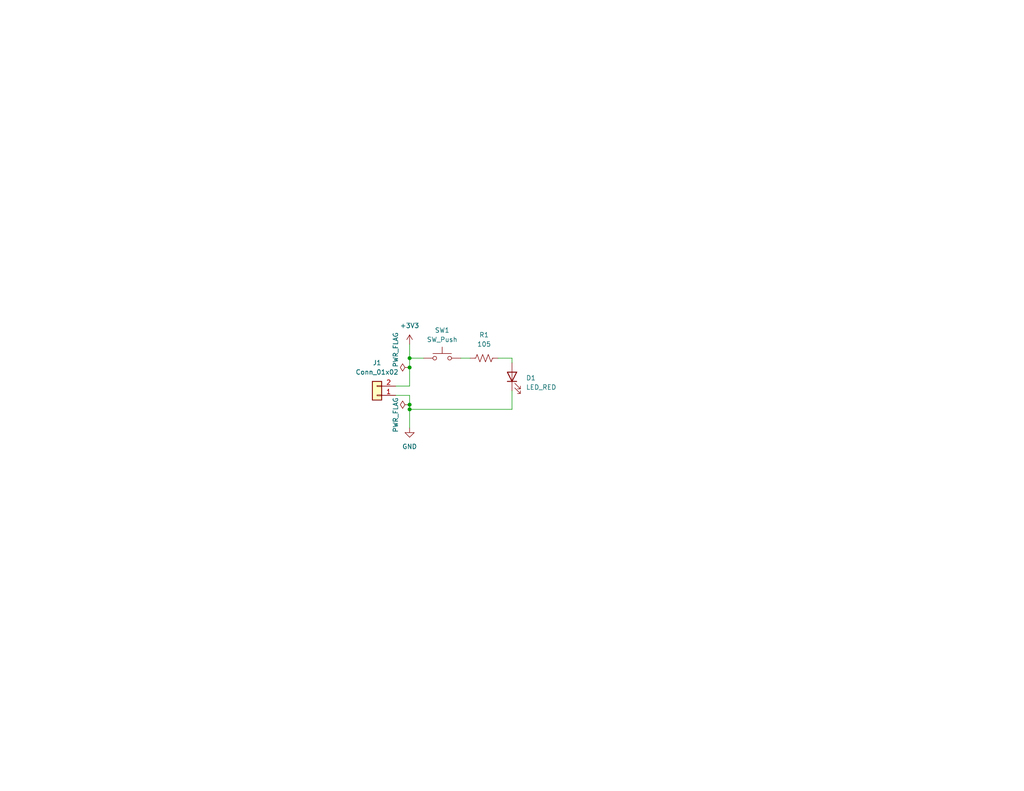
<source format=kicad_sch>
(kicad_sch (version 20231120) (generator "eeschema") (generator_version "8.0")
  (paper "USLetter")
  (title_block (title "LED") (date "2024-09-11") (rev "1.0") (company "Illini Solar Car") (comment 1 "Designed By: Adam"))
  (lib_symbols
    (symbol "Connector_Generic:Conn_01x02" (pin_names (offset 1.016) hide)
      (property "Reference" "J" (at 0 2.54 0))
      (property "Value" "Conn_01x02" (at 0 -5.08 0))
      (symbol "Conn_01x02_1_1"
        (rectangle (start -1.27 -2.413) (end 0 -2.667) (stroke (width 0.1524)))
        (rectangle (start -1.27 0.127) (end 0 -0.127) (stroke (width 0.1524)))
        (rectangle (start -1.27 1.27) (end 1.27 -3.81) (stroke (width 0.254)) (fill (type background)))
        (pin passive line (at -5.08 0 0) (length 3.81) (name "Pin_1") (number "1"))
        (pin passive line (at -5.08 -2.54 0) (length 3.81) (name "Pin_2") (number "2"))
      )
    )
    (symbol "Device:R_US" (pin_numbers hide) (pin_names (offset 0))
      (property "Reference" "R" (at 2.54 0 90))
      (property "Value" "R_US" (at -2.54 0 90))
      (symbol "R_US_0_1"
        (polyline (pts (xy 0 -2.286) (xy 0 -2.54)))
        (polyline (pts (xy 0 2.286) (xy 0 2.54)))
        (polyline (pts (xy 0 -0.762) (xy 1.016 -1.143) (xy 0 -1.524) (xy -1.016 -1.905) (xy 0 -2.286)))
        (polyline (pts (xy 0 0.762) (xy 1.016 0.381) (xy 0 0) (xy -1.016 -0.381) (xy 0 -0.762)))
        (polyline (pts (xy 0 2.286) (xy 1.016 1.905) (xy 0 1.524) (xy -1.016 1.143) (xy 0 0.762)))
      )
      (symbol "R_US_1_1"
        (pin passive line (at 0 3.81 270) (length 1.27) (name "~") (number "1"))
        (pin passive line (at 0 -3.81 90) (length 1.27) (name "~") (number "2"))
      )
    )
    (symbol "Switch:SW_Push" (pin_numbers hide) (pin_names (offset 1.016) hide)
      (property "Reference" "SW" (at 1.27 2.54 0))
      (property "Value" "SW_Push" (at 0 -1.524 0))
      (symbol "SW_Push_0_1"
        (circle (center -2.032 0) (radius 0.508))
        (polyline (pts (xy 0 1.27) (xy 0 3.048)))
        (polyline (pts (xy 2.54 1.27) (xy -2.54 1.27)))
        (circle (center 2.032 0) (radius 0.508))
        (pin passive line (at -5.08 0 0) (length 2.54) (name "1") (number "1"))
        (pin passive line (at 5.08 0 180) (length 2.54) (name "2") (number "2"))
      )
    )
    (symbol "device:LED" (pin_numbers hide) (pin_names (offset 1.016) hide)
      (property "Reference" "D" (at 0 2.54 0))
      (property "Value" "LED" (at 0 -2.54 0))
      (symbol "LED_0_1"
        (polyline (pts (xy -1.27 -1.27) (xy -1.27 1.27)) (stroke (width 0.254)))
        (polyline (pts (xy -1.27 0) (xy 1.27 0)))
        (polyline (pts (xy 1.27 -1.27) (xy 1.27 1.27) (xy -1.27 0) (xy 1.27 -1.27)) (stroke (width 0.254)))
        (polyline (pts (xy -3.048 -0.762) (xy -4.572 -2.286) (xy -3.81 -2.286) (xy -4.572 -2.286) (xy -4.572 -1.524)))
        (polyline (pts (xy -1.778 -0.762) (xy -3.302 -2.286) (xy -2.54 -2.286) (xy -3.302 -2.286) (xy -3.302 -1.524)))
      )
      (symbol "LED_1_1"
        (pin passive line (at -3.81 0 0) (length 2.54) (name "K") (number "1"))
        (pin passive line (at 3.81 0 180) (length 2.54) (name "A") (number "2"))
      )
    )
    (symbol "power:+3V3" (power) (pin_names (offset 0))
      (property "Value" "+3V3" (at 0 3.556 0))
      (symbol "+3V3_0_1"
        (polyline (pts (xy -0.762 1.27) (xy 0 2.54)))
        (polyline (pts (xy 0 0) (xy 0 2.54)))
        (polyline (pts (xy 0 2.54) (xy 0.762 1.27)))
      )
      (symbol "+3V3_1_1"
        (pin power_in line (at 0 0 90) (length 0) hide (name "+3V3") (number "1"))
      )
    )
    (symbol "power:GND" (power) (pin_names (offset 0))
      (property "Value" "GND" (at 0 -3.81 0))
      (symbol "GND_0_1"
        (polyline (pts (xy 0 0) (xy 0 -1.27) (xy 1.27 -1.27) (xy 0 -2.54) (xy -1.27 -1.27) (xy 0 -1.27)))
      )
      (symbol "GND_1_1"
        (pin power_in line (at 0 0 270) (length 0) hide (name "GND") (number "1"))
      )
    )
    (symbol "power:PWR_FLAG" (power) (pin_numbers hide) (pin_names (offset 0) hide)
      (property "Value" "PWR_FLAG" (at 0 3.81 0))
      (symbol "PWR_FLAG_0_0"
        (pin power_out line (at 0 0 90) (length 0) (name "pwr") (number "1"))
      )
      (symbol "PWR_FLAG_0_1"
        (polyline (pts (xy 0 0) (xy 0 1.27) (xy -1.016 1.905) (xy 0 2.54) (xy 1.016 1.905) (xy 0 1.27)))
      )
    )
  )
  (junction (at 111.76 100.33))
  (junction (at 111.76 110.49))
  (junction (at 111.76 111.76))
  (junction (at 111.76 97.79))
  (wire (pts (xy 111.76 107.95) (xy 111.76 110.49)))
  (wire (pts (xy 111.76 100.33) (xy 111.76 105.41)))
  (wire (pts (xy 111.76 105.41) (xy 107.95 105.41)))
  (wire (pts (xy 111.76 111.76) (xy 111.76 116.84)))
  (wire (pts (xy 139.7 97.79) (xy 139.7 99.06)))
  (wire (pts (xy 111.76 110.49) (xy 111.76 111.76)))
  (wire (pts (xy 107.95 107.95) (xy 111.76 107.95)))
  (wire (pts (xy 111.76 97.79) (xy 111.76 100.33)))
  (wire (pts (xy 125.73 97.79) (xy 128.27 97.79)))
  (wire (pts (xy 135.89 97.79) (xy 139.7 97.79)))
  (wire (pts (xy 115.57 97.79) (xy 111.76 97.79)))
  (wire (pts (xy 111.76 111.76) (xy 139.7 111.76)))
  (wire (pts (xy 139.7 106.68) (xy 139.7 111.76)))
  (wire (pts (xy 111.76 93.98) (xy 111.76 97.79)))
  (symbol (lib_id "power:GND") (at 111.76 116.84 0) (unit 1)
    (property "Reference" "#PWR02" (effects (hide yes)))
    (property "Value" "GND" (at 111.76 121.92 0))
    (property "Description" "Power symbol creates a global label with name \"GND\" , ground" (effects (hide yes)))
  )
  (symbol (lib_id "power:PWR_FLAG") (at 111.76 100.33 90) (unit 1)
    (property "Reference" "#FLG01" (effects (hide yes)))
    (property "Value" "PWR_FLAG" (at 107.95 100.3299 0) (effects (justify left)))
    (property "Description" "Special symbol for telling ERC where power comes from" (effects (hide yes)))
  )
  (symbol (lib_id "power:PWR_FLAG") (at 111.76 110.49 90) (unit 1)
    (property "Reference" "#FLG02" (effects (hide yes)))
    (property "Value" "PWR_FLAG" (at 107.95 118.11 0) (effects (justify left)))
    (property "Description" "Special symbol for telling ERC where power comes from" (effects (hide yes)))
  )
  (symbol (lib_id "power:+3V3") (at 111.76 93.98 0) (unit 1)
    (property "Reference" "#PWR01" (effects (hide yes)))
    (property "Value" "+3V3" (at 111.76 88.9 0))
    (property "Description" "Power symbol creates a global label with name \"+3V3\"" (effects (hide yes)))
  )
  (symbol (lib_id "device:LED") (at 139.7 102.87 90) (unit 1)
    (property "Reference" "D1" (at 143.51 103.1874 90) (effects (justify right)))
    (property "Value" "LED_RED" (at 143.51 105.7274 90) (effects (justify right)))
    (property "Footprint" "layout:LED_0603_Symbol_on_F.SilkS" (effects (hide yes)))
    (property "Description" "Light emitting diode" (effects (hide yes)))
  )
  (symbol (lib_id "Device:R_US") (at 132.08 97.79 270) (unit 1)
    (property "Reference" "R1" (at 132.08 91.44 90))
    (property "Value" "105" (at 132.08 93.98 90))
    (property "Footprint" "Resistor_SMD:R_0603_1608Metric_Pad0.98x0.95mm_HandSolder" (effects (hide yes)))
    (property "Description" "Resistor, US symbol" (effects (hide yes)))
  )
  (symbol (lib_id "Connector_Generic:Conn_01x02") (at 102.87 107.95 180) (unit 1)
    (property "Reference" "J1" (at 102.87 99.06 0))
    (property "Value" "Conn_01x02" (at 102.87 101.6 0))
    (property "Footprint" "Connector_Molex:Molex_KK-254_AE-6410-02A_1x02_P2.54mm_Vertical" (effects (hide yes)))
    (property "Datasheet" "~https://www.molex.com/content/dam/molex/molex-dot-com/products/automated/en-us/salesdrawingpdf/641/6410/022272021_sd.pdf?inline" (effects (hide yes)))
    (property "Description" "Generic connector, single row, 01x02, script generated (kicad-library-utils/schlib/autogen/connector/)" (effects (hide yes)))
    (property "MPN" "022272021" (effects (hide yes)))
  )
  (symbol (lib_id "Switch:SW_Push") (at 120.65 97.79 0) (unit 1)
    (property "Reference" "SW1" (at 120.65 90.17 0))
    (property "Value" "SW_Push" (at 120.65 92.71 0))
    (property "Footprint" "Button_Switch_SMD:SW_DIP_SPSTx01_Slide_6.7x4.1mm_W8.61mm_P2.54mm_LowProfile" (effects (hide yes)))
    (property "Datasheet" "https://www.digikey.com/en/products/detail/te-connectivity-alcoswitch-switches/1825910-6/1632536?utm_adgroup=Supplier_TE&utm_source=google&utm_medium=cpc&utm_campaign=EN_Product_SKU_MBR&utm_term=%2B1825910-6&utm_content=Supplier_TE" (effects (hide yes)))
    (property "Description" "Push button switch, generic, two pins" (effects (hide yes)))
    (property "MPN" "  1825910-6" (effects (hide yes)))
  )
)
</source>
